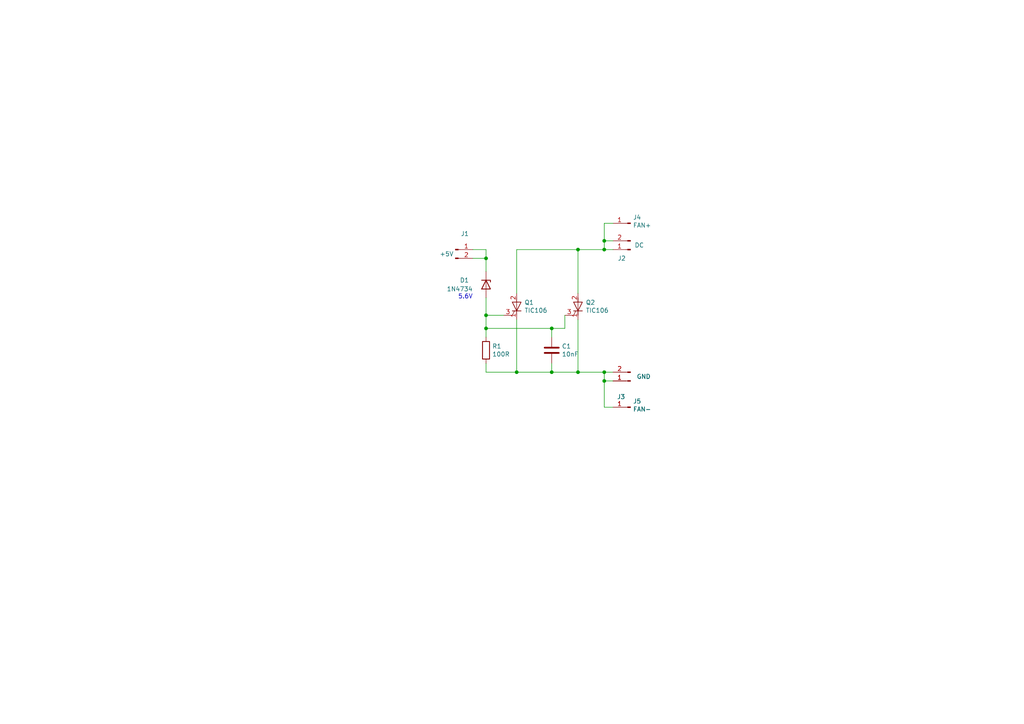
<source format=kicad_sch>
(kicad_sch (version 20211123) (generator eeschema)
  (paper "A4")
  (lib_symbols
    (symbol "Connector:Conn_01x01_Male" (pin_names (offset 1.016) hide)
      (property "Reference" "J" (at 0 2.54 0))
      (property "Value" "Conn_01x01_Male" (at 0 -2.54 0))
      (symbol "Conn_01x01_Male_1_1"
        (polyline (pts (xy 1.27 0) (xy 0.8636 0)) (stroke (width 0.1524)))
        (rectangle (start 0.8636 0.127) (end 0 -0.127) (stroke (width 0.1524)) (fill (type outline)))
        (pin passive line (at 5.08 0 180) (length 3.81) (name "Pin_1") (number "1"))
      )
    )
    (symbol "Connector:Conn_01x02_Male" (pin_names (offset 1.016) hide)
      (property "Reference" "J" (at 0 2.54 0))
      (property "Value" "Conn_01x02_Male" (at 0 -5.08 0))
      (symbol "Conn_01x02_Male_1_1"
        (polyline (pts (xy 1.27 -2.54) (xy 0.8636 -2.54)) (stroke (width 0.1524)))
        (polyline (pts (xy 1.27 0) (xy 0.8636 0)) (stroke (width 0.1524)))
        (rectangle (start 0.8636 -2.413) (end 0 -2.667) (stroke (width 0.1524)) (fill (type outline)))
        (rectangle (start 0.8636 0.127) (end 0 -0.127) (stroke (width 0.1524)) (fill (type outline)))
        (pin passive line (at 5.08 0 180) (length 3.81) (name "Pin_1") (number "1"))
        (pin passive line (at 5.08 -2.54 180) (length 3.81) (name "Pin_2") (number "2"))
      )
    )
    (symbol "Device:C" (pin_numbers hide) (pin_names (offset 0.254))
      (property "Reference" "C" (at 0.635 2.54 0))
      (property "Value" "C" (at 0.635 -2.54 0))
      (symbol "C_0_1"
        (polyline (pts (xy -2.032 -0.762) (xy 2.032 -0.762)) (stroke (width 0.508)))
        (polyline (pts (xy -2.032 0.762) (xy 2.032 0.762)) (stroke (width 0.508)))
      )
      (symbol "C_1_1"
        (pin passive line (at 0 3.81 270) (length 2.794) (name "~") (number "1"))
        (pin passive line (at 0 -3.81 90) (length 2.794) (name "~") (number "2"))
      )
    )
    (symbol "Device:R" (pin_numbers hide) (pin_names (offset 0))
      (property "Reference" "R" (at 2.032 0 90))
      (property "Value" "R" (at 0 0 90))
      (symbol "R_0_1"
        (rectangle (start -1.016 -2.54) (end 1.016 2.54) (stroke (width 0.254)))
      )
      (symbol "R_1_1"
        (pin passive line (at 0 3.81 270) (length 1.27) (name "~") (number "1"))
        (pin passive line (at 0 -3.81 90) (length 1.27) (name "~") (number "2"))
      )
    )
    (symbol "Diode:1N53xxB" (pin_numbers hide) (pin_names hide)
      (property "Reference" "D" (at 0 2.54 0))
      (property "Value" "1N53xxB" (at 0 -2.54 0))
      (symbol "1N53xxB_0_1"
        (polyline (pts (xy 1.27 0) (xy -1.27 0)))
        (polyline (pts (xy -1.27 -1.27) (xy -1.27 1.27) (xy -0.762 1.27)) (stroke (width 0.254)))
        (polyline (pts (xy 1.27 -1.27) (xy 1.27 1.27) (xy -1.27 0) (xy 1.27 -1.27)) (stroke (width 0.254)))
      )
      (symbol "1N53xxB_1_1"
        (pin passive line (at -3.81 0 0) (length 2.54) (name "K") (number "1"))
        (pin passive line (at 3.81 0 180) (length 2.54) (name "A") (number "2"))
      )
    )
    (symbol "Triac_Thyristor:TIC106" (pin_names (offset 0) hide)
      (property "Reference" "Q" (at 2.54 1.905 0))
      (property "Value" "TIC106" (at 2.54 0 0))
      (symbol "TIC106_0_1"
        (polyline (pts (xy -1.27 -2.54) (xy -0.635 -1.27)))
        (polyline (pts (xy -1.27 -1.27) (xy 1.27 -1.27)) (stroke (width 0.2032)))
        (polyline (pts (xy 0 -2.54) (xy 0 2.54)))
        (polyline (pts (xy -1.27 1.27) (xy 1.27 1.27) (xy 0 -1.27) (xy -1.27 1.27)) (stroke (width 0.2032)))
      )
      (symbol "TIC106_1_1"
        (pin passive line (at 0 -3.81 90) (length 2.54) (name "K") (number "1"))
        (pin passive line (at 0 3.81 270) (length 2.54) (name "A") (number "2"))
        (pin input line (at -3.81 -2.54 0) (length 2.54) (name "G") (number "3"))
      )
    )
  )
  (junction (at 167.64 72.39))
  (junction (at 160.02 107.95))
  (junction (at 140.97 74.93))
  (junction (at 140.97 91.44))
  (junction (at 175.26 72.39))
  (junction (at 149.86 107.95))
  (junction (at 160.02 95.25))
  (junction (at 175.26 69.85))
  (junction (at 175.26 107.95))
  (junction (at 175.26 110.49))
  (junction (at 167.64 107.95))
  (junction (at 140.97 95.25))
  (wire (pts (xy 140.97 105.41) (xy 140.97 107.95)))
  (wire (pts (xy 149.86 107.95) (xy 160.02 107.95)))
  (wire (pts (xy 149.86 107.95) (xy 140.97 107.95)))
  (wire (pts (xy 149.86 92.71) (xy 149.86 107.95)))
  (wire (pts (xy 140.97 91.44) (xy 140.97 95.25)))
  (wire (pts (xy 175.26 107.95) (xy 177.8 107.95)))
  (wire (pts (xy 175.26 72.39) (xy 177.8 72.39)))
  (wire (pts (xy 140.97 72.39) (xy 137.16 72.39)))
  (wire (pts (xy 140.97 74.93) (xy 140.97 72.39)))
  (wire (pts (xy 175.26 110.49) (xy 175.26 107.95)))
  (wire (pts (xy 175.26 110.49) (xy 175.26 118.11)))
  (wire (pts (xy 167.64 92.71) (xy 167.64 107.95)))
  (wire (pts (xy 167.64 72.39) (xy 175.26 72.39)))
  (wire (pts (xy 160.02 97.79) (xy 160.02 95.25)))
  (wire (pts (xy 137.16 74.93) (xy 140.97 74.93)))
  (wire (pts (xy 140.97 95.25) (xy 140.97 97.79)))
  (wire (pts (xy 140.97 91.44) (xy 146.05 91.44)))
  (wire (pts (xy 167.64 85.09) (xy 167.64 72.39)))
  (wire (pts (xy 177.8 110.49) (xy 175.26 110.49)))
  (wire (pts (xy 177.8 64.77) (xy 175.26 64.77)))
  (wire (pts (xy 177.8 69.85) (xy 175.26 69.85)))
  (wire (pts (xy 160.02 107.95) (xy 167.64 107.95)))
  (wire (pts (xy 160.02 95.25) (xy 140.97 95.25)))
  (wire (pts (xy 140.97 78.74) (xy 140.97 74.93)))
  (wire (pts (xy 163.83 95.25) (xy 163.83 91.44)))
  (wire (pts (xy 167.64 107.95) (xy 175.26 107.95)))
  (wire (pts (xy 175.26 118.11) (xy 177.8 118.11)))
  (wire (pts (xy 160.02 95.25) (xy 163.83 95.25)))
  (wire (pts (xy 175.26 69.85) (xy 175.26 72.39)))
  (wire (pts (xy 140.97 86.36) (xy 140.97 91.44)))
  (wire (pts (xy 149.86 72.39) (xy 167.64 72.39)))
  (wire (pts (xy 175.26 64.77) (xy 175.26 69.85)))
  (wire (pts (xy 149.86 72.39) (xy 149.86 85.09)))
  (wire (pts (xy 160.02 105.41) (xy 160.02 107.95)))
  (text "5.6V" (at 132.842 86.868 0) (effects (font (size 1.27 1.27)) (justify left bottom)))
  (symbol (lib_id "Triac_Thyristor:TIC106") (at 149.86 88.9 0) (unit 1)
    (property "Reference" "Q1" (at 152.0952 87.7316 0) (effects (justify left)))
    (property "Value" "TIC106" (at 152.0952 90.043 0) (effects (justify left)))
    (property "Footprint" "Package_TO_SOT_THT:TO-220-3_Horizontal_TabDown" (effects hide))
    (property "Datasheet" "http://pdf.datasheetcatalog.com/datasheet/PowerInnovations/mXyzrtvs.pdf" (effects hide))
  )
  (symbol (lib_id "Device:R") (at 140.97 101.6 0) (unit 1)
    (property "Reference" "R1" (at 142.748 100.4316 0) (effects (justify left)))
    (property "Value" "100R" (at 142.748 102.743 0) (effects (justify left)))
    (property "Footprint" "Resistor_THT:R_Axial_DIN0207_L6.3mm_D2.5mm_P15.24mm_Horizontal" (effects hide))
  )
  (symbol (lib_id "Device:C") (at 160.02 101.6 0) (unit 1)
    (property "Reference" "C1" (at 162.941 100.4316 0) (effects (justify left)))
    (property "Value" "10nF" (at 162.941 102.743 0) (effects (justify left)))
    (property "Footprint" "Capacitor_THT:C_Disc_D9.0mm_W2.5mm_P5.00mm" (effects hide))
  )
  (symbol (lib_id "Diode:1N53xxB") (at 140.97 82.55 270) (unit 1)
    (property "Reference" "D1" (at 133.35 81.28 90) (effects (justify left)))
    (property "Value" "1N4734" (at 129.54 83.82 90) (effects (justify left)))
    (property "Footprint" "Diode_THT:D_DO-201_P15.24mm_Horizontal" (effects hide))
    (property "Datasheet" "https://diotec.com/tl_files/diotec/files/pdf/datasheets/1n5345b.pdf" (effects hide))
  )
  (symbol (lib_id "Connector:Conn_01x02_Male") (at 132.08 72.39 0) (unit 1)
    (property "Reference" "J1" (at 134.8232 67.7926 0))
    (property "Value" "+5V" (at 129.54 73.66 0))
    (property "Footprint" "Connector_PinHeader_2.54mm:PinHeader_2x01_P2.54mm_Horizontal" (effects hide))
  )
  (symbol (lib_id "Connector:Conn_01x02_Male") (at 182.88 72.39 180) (unit 1)
    (property "Reference" "J2" (at 180.34 74.93 0))
    (property "Value" "DC" (at 185.42 71.12 0))
    (property "Footprint" "Connector_PinHeader_2.54mm:PinHeader_2x01_P2.54mm_Horizontal" (effects hide))
  )
  (symbol (lib_id "Connector:Conn_01x02_Male") (at 182.88 110.49 180) (unit 1)
    (property "Reference" "J3" (at 180.1368 115.0874 0))
    (property "Value" "GND" (at 186.69 109.22 0))
    (property "Footprint" "Connector_PinHeader_2.54mm:PinHeader_2x01_P2.54mm_Horizontal" (effects hide))
  )
  (symbol (lib_id "Triac_Thyristor:TIC106") (at 167.64 88.9 0) (unit 1)
    (property "Reference" "Q2" (at 169.8752 87.7316 0) (effects (justify left)))
    (property "Value" "TIC106" (at 169.8752 90.043 0) (effects (justify left)))
    (property "Footprint" "Package_TO_SOT_THT:TO-220-3_Horizontal_TabDown" (effects hide))
    (property "Datasheet" "http://pdf.datasheetcatalog.com/datasheet/PowerInnovations/mXyzrtvs.pdf" (effects hide))
  )
  (symbol (lib_id "Connector:Conn_01x01_Male") (at 182.88 64.77 180) (unit 1)
    (property "Reference" "J4" (at 183.5912 63.0428 0) (effects (justify right)))
    (property "Value" "FAN+" (at 183.5912 65.3542 0) (effects (justify right)))
    (property "Footprint" "Connector_Pin:Pin_D1.0mm_L10.0mm" (effects hide))
  )
  (symbol (lib_id "Connector:Conn_01x01_Male") (at 182.88 118.11 180) (unit 1)
    (property "Reference" "J5" (at 183.5912 116.3828 0) (effects (justify right)))
    (property "Value" "FAN-" (at 183.5912 118.6942 0) (effects (justify right)))
    (property "Footprint" "Connector_Pin:Pin_D1.0mm_L10.0mm" (effects hide))
  )
)
</source>
